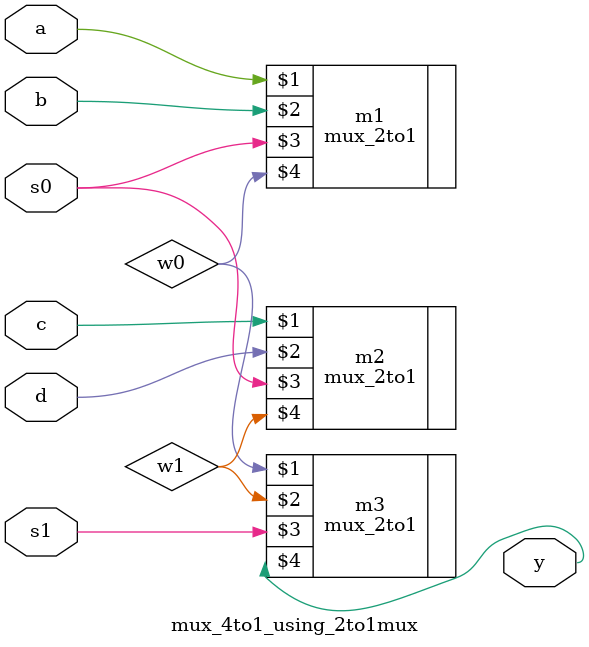
<source format=v>
module mux_4to1_using_2to1mux(
    input a,
    input b,
    input c,
    input d,
    input s0,
    input s1,
    output y
    );
	 wire w0,w1;
	 
	 mux_2to1 m1(a,b,s0,w0);
	 mux_2to1 m2(c,d,s0,w1);
	 mux_2to1 m3(w0,w1,s1,y);

endmodule
</source>
